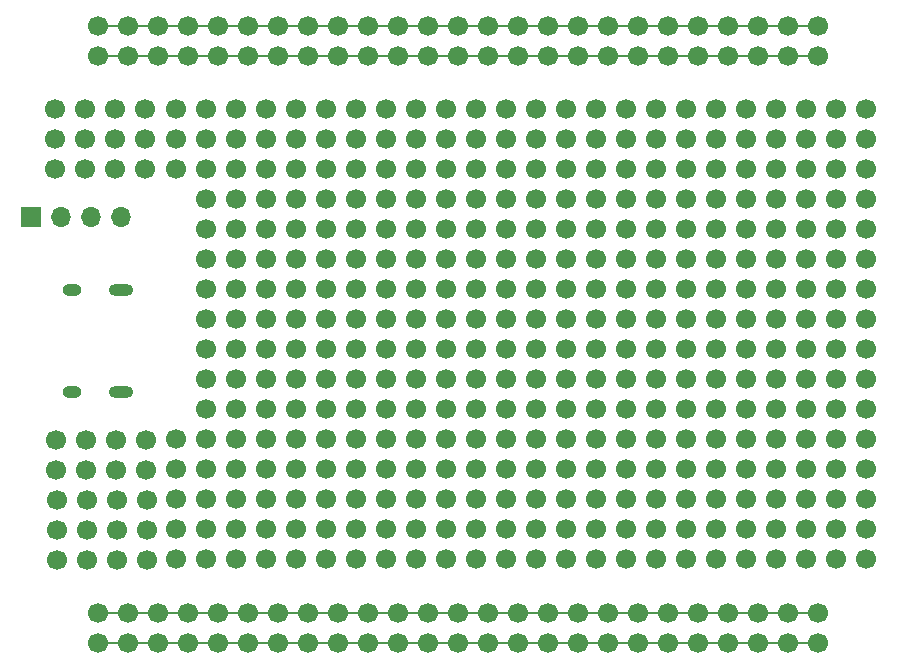
<source format=gbr>
G04 #@! TF.GenerationSoftware,KiCad,Pcbnew,(5.1.4-0-10_14)*
G04 #@! TF.CreationDate,2020-04-14T21:38:13-07:00*
G04 #@! TF.ProjectId,Activity_1,41637469-7669-4747-995f-312e6b696361,rev?*
G04 #@! TF.SameCoordinates,Original*
G04 #@! TF.FileFunction,Copper,L2,Bot*
G04 #@! TF.FilePolarity,Positive*
%FSLAX46Y46*%
G04 Gerber Fmt 4.6, Leading zero omitted, Abs format (unit mm)*
G04 Created by KiCad (PCBNEW (5.1.4-0-10_14)) date 2020-04-14 21:38:13*
%MOMM*%
%LPD*%
G04 APERTURE LIST*
%ADD10O,1.600000X1.000000*%
%ADD11O,2.100000X1.000000*%
%ADD12O,1.700000X1.700000*%
%ADD13R,1.700000X1.700000*%
%ADD14C,1.700000*%
%ADD15C,0.152400*%
G04 APERTURE END LIST*
D10*
X27395000Y-86180000D03*
X27395000Y-94820000D03*
D11*
X31545000Y-94820000D03*
X31545000Y-86180000D03*
D12*
X31620000Y-80000000D03*
X29080000Y-80000000D03*
X26540000Y-80000000D03*
D13*
X24000000Y-80000000D03*
D14*
X29604000Y-63861000D03*
X32144000Y-63861000D03*
X34684000Y-63861000D03*
X37224000Y-63861000D03*
X39764000Y-63861000D03*
X42304000Y-63861000D03*
X44844000Y-63861000D03*
X47384000Y-63861000D03*
X49924000Y-63861000D03*
X52464000Y-63861000D03*
X55004000Y-63861000D03*
X57544000Y-63861000D03*
X60084000Y-63861000D03*
X62624000Y-63861000D03*
X65164000Y-63861000D03*
X67704000Y-63861000D03*
X70244000Y-63861000D03*
X72784000Y-63861000D03*
X75324000Y-63861000D03*
X77864000Y-63861000D03*
X80404000Y-63861000D03*
X82944000Y-63861000D03*
X85484000Y-63861000D03*
X88024000Y-63861000D03*
X90564000Y-63861000D03*
X29604000Y-66401000D03*
X32144000Y-66401000D03*
X34684000Y-66401000D03*
X37224000Y-66401000D03*
X39764000Y-66401000D03*
X42304000Y-66401000D03*
X44844000Y-66401000D03*
X47384000Y-66401000D03*
X49924000Y-66401000D03*
X52464000Y-66401000D03*
X55004000Y-66401000D03*
X57544000Y-66401000D03*
X60084000Y-66401000D03*
X62624000Y-66401000D03*
X65164000Y-66401000D03*
X67704000Y-66401000D03*
X70244000Y-66401000D03*
X72784000Y-66401000D03*
X75324000Y-66401000D03*
X77864000Y-66401000D03*
X80404000Y-66401000D03*
X82944000Y-66401000D03*
X85484000Y-66401000D03*
X88024000Y-66401000D03*
X90564000Y-66401000D03*
X88024000Y-116105000D03*
X90564000Y-116105000D03*
X75324000Y-116105000D03*
X77864000Y-116105000D03*
X55004000Y-116105000D03*
X70244000Y-116105000D03*
X60084000Y-116105000D03*
X72784000Y-116105000D03*
X80404000Y-116105000D03*
X62624000Y-116105000D03*
X52464000Y-116105000D03*
X65164000Y-116105000D03*
X67704000Y-116105000D03*
X82944000Y-116105000D03*
X85484000Y-116105000D03*
X57544000Y-116105000D03*
X47384000Y-116105000D03*
X90564000Y-113565000D03*
X62624000Y-113565000D03*
X85484000Y-113565000D03*
X37224000Y-116105000D03*
X55004000Y-113565000D03*
X75324000Y-113565000D03*
X39764000Y-116105000D03*
X29604000Y-113565000D03*
X32144000Y-116105000D03*
X65164000Y-113565000D03*
X44844000Y-113565000D03*
X60084000Y-113565000D03*
X42304000Y-116105000D03*
X70244000Y-113565000D03*
X77864000Y-113565000D03*
X34684000Y-116105000D03*
X49924000Y-116105000D03*
X88024000Y-113565000D03*
X82944000Y-113565000D03*
X57544000Y-113565000D03*
X29604000Y-116105000D03*
X67704000Y-113565000D03*
X80404000Y-113565000D03*
X44844000Y-116105000D03*
X52464000Y-113565000D03*
X49924000Y-113565000D03*
X47384000Y-113565000D03*
X72784000Y-113565000D03*
X32144000Y-113565000D03*
X37224000Y-113565000D03*
X39764000Y-113565000D03*
X42304000Y-113565000D03*
X34684000Y-113565000D03*
X36215000Y-70924000D03*
X38755000Y-70924000D03*
X41295000Y-70924000D03*
X43835000Y-70924000D03*
X46375000Y-70924000D03*
X48915000Y-70924000D03*
X51455000Y-70924000D03*
X53995000Y-70924000D03*
X56535000Y-70924000D03*
X59075000Y-70924000D03*
X61615000Y-70924000D03*
X64155000Y-70924000D03*
X66695000Y-70924000D03*
X69235000Y-70924000D03*
X71775000Y-70924000D03*
X74315000Y-70924000D03*
X76855000Y-70924000D03*
X79395000Y-70924000D03*
X81935000Y-70924000D03*
X84475000Y-70924000D03*
X87015000Y-70924000D03*
X89555000Y-70924000D03*
X92095000Y-70924000D03*
X94635000Y-70924000D03*
X36215000Y-73464000D03*
X38755000Y-73464000D03*
X41295000Y-73464000D03*
X43835000Y-73464000D03*
X46375000Y-73464000D03*
X48915000Y-73464000D03*
X51455000Y-73464000D03*
X53995000Y-73464000D03*
X56535000Y-73464000D03*
X59075000Y-73464000D03*
X61615000Y-73464000D03*
X64155000Y-73464000D03*
X66695000Y-73464000D03*
X69235000Y-73464000D03*
X71775000Y-73464000D03*
X74315000Y-73464000D03*
X76855000Y-73464000D03*
X79395000Y-73464000D03*
X81935000Y-73464000D03*
X84475000Y-73464000D03*
X87015000Y-73464000D03*
X89555000Y-73464000D03*
X92095000Y-73464000D03*
X94635000Y-73464000D03*
X36215000Y-76004000D03*
X38755000Y-76004000D03*
X41295000Y-76004000D03*
X43835000Y-76004000D03*
X46375000Y-76004000D03*
X48915000Y-76004000D03*
X51455000Y-76004000D03*
X53995000Y-76004000D03*
X56535000Y-76004000D03*
X59075000Y-76004000D03*
X61615000Y-76004000D03*
X64155000Y-76004000D03*
X66695000Y-76004000D03*
X69235000Y-76004000D03*
X71775000Y-76004000D03*
X74315000Y-76004000D03*
X76855000Y-76004000D03*
X79395000Y-76004000D03*
X81935000Y-76004000D03*
X84475000Y-76004000D03*
X87015000Y-76004000D03*
X89555000Y-76004000D03*
X92095000Y-76004000D03*
X94635000Y-76004000D03*
X38755000Y-78544000D03*
X41295000Y-78544000D03*
X43835000Y-78544000D03*
X46375000Y-78544000D03*
X48915000Y-78544000D03*
X51455000Y-78544000D03*
X53995000Y-78544000D03*
X56535000Y-78544000D03*
X59075000Y-78544000D03*
X61615000Y-78544000D03*
X64155000Y-78544000D03*
X66695000Y-78544000D03*
X69235000Y-78544000D03*
X71775000Y-78544000D03*
X74315000Y-78544000D03*
X76855000Y-78544000D03*
X79395000Y-78544000D03*
X81935000Y-78544000D03*
X84475000Y-78544000D03*
X87015000Y-78544000D03*
X89555000Y-78544000D03*
X92095000Y-78544000D03*
X94635000Y-78544000D03*
X38755000Y-81084000D03*
X41295000Y-81084000D03*
X43835000Y-81084000D03*
X46375000Y-81084000D03*
X48915000Y-81084000D03*
X51455000Y-81084000D03*
X53995000Y-81084000D03*
X56535000Y-81084000D03*
X59075000Y-81084000D03*
X61615000Y-81084000D03*
X64155000Y-81084000D03*
X66695000Y-81084000D03*
X69235000Y-81084000D03*
X71775000Y-81084000D03*
X74315000Y-81084000D03*
X76855000Y-81084000D03*
X79395000Y-81084000D03*
X81935000Y-81084000D03*
X84475000Y-81084000D03*
X87015000Y-81084000D03*
X89555000Y-81084000D03*
X92095000Y-81084000D03*
X94635000Y-81084000D03*
X38755000Y-83624000D03*
X41295000Y-83624000D03*
X43835000Y-83624000D03*
X46375000Y-83624000D03*
X48915000Y-83624000D03*
X51455000Y-83624000D03*
X53995000Y-83624000D03*
X56535000Y-83624000D03*
X59075000Y-83624000D03*
X61615000Y-83624000D03*
X64155000Y-83624000D03*
X66695000Y-83624000D03*
X69235000Y-83624000D03*
X71775000Y-83624000D03*
X74315000Y-83624000D03*
X76855000Y-83624000D03*
X79395000Y-83624000D03*
X81935000Y-83624000D03*
X84475000Y-83624000D03*
X87015000Y-83624000D03*
X89555000Y-83624000D03*
X92095000Y-83624000D03*
X94635000Y-83624000D03*
X38755000Y-86164000D03*
X41295000Y-86164000D03*
X43835000Y-86164000D03*
X46375000Y-86164000D03*
X48915000Y-86164000D03*
X51455000Y-86164000D03*
X53995000Y-86164000D03*
X56535000Y-86164000D03*
X59075000Y-86164000D03*
X61615000Y-86164000D03*
X64155000Y-86164000D03*
X66695000Y-86164000D03*
X69235000Y-86164000D03*
X71775000Y-86164000D03*
X74315000Y-86164000D03*
X76855000Y-86164000D03*
X79395000Y-86164000D03*
X81935000Y-86164000D03*
X84475000Y-86164000D03*
X87015000Y-86164000D03*
X89555000Y-86164000D03*
X92095000Y-86164000D03*
X94635000Y-86164000D03*
X38755000Y-88704000D03*
X41295000Y-88704000D03*
X43835000Y-88704000D03*
X46375000Y-88704000D03*
X48915000Y-88704000D03*
X51455000Y-88704000D03*
X53995000Y-88704000D03*
X56535000Y-88704000D03*
X59075000Y-88704000D03*
X61615000Y-88704000D03*
X64155000Y-88704000D03*
X66695000Y-88704000D03*
X69235000Y-88704000D03*
X71775000Y-88704000D03*
X74315000Y-88704000D03*
X76855000Y-88704000D03*
X79395000Y-88704000D03*
X81935000Y-88704000D03*
X84475000Y-88704000D03*
X87015000Y-88704000D03*
X89555000Y-88704000D03*
X92095000Y-88704000D03*
X94635000Y-88704000D03*
X38755000Y-91244000D03*
X41295000Y-91244000D03*
X43835000Y-91244000D03*
X46375000Y-91244000D03*
X48915000Y-91244000D03*
X51455000Y-91244000D03*
X53995000Y-91244000D03*
X56535000Y-91244000D03*
X59075000Y-91244000D03*
X61615000Y-91244000D03*
X64155000Y-91244000D03*
X66695000Y-91244000D03*
X69235000Y-91244000D03*
X71775000Y-91244000D03*
X74315000Y-91244000D03*
X76855000Y-91244000D03*
X79395000Y-91244000D03*
X81935000Y-91244000D03*
X84475000Y-91244000D03*
X87015000Y-91244000D03*
X89555000Y-91244000D03*
X92095000Y-91244000D03*
X94635000Y-91244000D03*
X38755000Y-93784000D03*
X41295000Y-93784000D03*
X43835000Y-93784000D03*
X46375000Y-93784000D03*
X48915000Y-93784000D03*
X51455000Y-93784000D03*
X53995000Y-93784000D03*
X56535000Y-93784000D03*
X59075000Y-93784000D03*
X61615000Y-93784000D03*
X64155000Y-93784000D03*
X66695000Y-93784000D03*
X69235000Y-93784000D03*
X71775000Y-93784000D03*
X74315000Y-93784000D03*
X76855000Y-93784000D03*
X79395000Y-93784000D03*
X81935000Y-93784000D03*
X84475000Y-93784000D03*
X87015000Y-93784000D03*
X89555000Y-93784000D03*
X92095000Y-93784000D03*
X94635000Y-93784000D03*
X38755000Y-96324000D03*
X41295000Y-96324000D03*
X43835000Y-96324000D03*
X46375000Y-96324000D03*
X48915000Y-96324000D03*
X51455000Y-96324000D03*
X53995000Y-96324000D03*
X56535000Y-96324000D03*
X59075000Y-96324000D03*
X61615000Y-96324000D03*
X64155000Y-96324000D03*
X66695000Y-96324000D03*
X69235000Y-96324000D03*
X71775000Y-96324000D03*
X74315000Y-96324000D03*
X76855000Y-96324000D03*
X79395000Y-96324000D03*
X81935000Y-96324000D03*
X84475000Y-96324000D03*
X87015000Y-96324000D03*
X89555000Y-96324000D03*
X92095000Y-96324000D03*
X94635000Y-96324000D03*
X36215000Y-98864000D03*
X38755000Y-98864000D03*
X41295000Y-98864000D03*
X43835000Y-98864000D03*
X46375000Y-98864000D03*
X48915000Y-98864000D03*
X51455000Y-98864000D03*
X53995000Y-98864000D03*
X56535000Y-98864000D03*
X59075000Y-98864000D03*
X61615000Y-98864000D03*
X64155000Y-98864000D03*
X66695000Y-98864000D03*
X69235000Y-98864000D03*
X71775000Y-98864000D03*
X74315000Y-98864000D03*
X76855000Y-98864000D03*
X79395000Y-98864000D03*
X81935000Y-98864000D03*
X84475000Y-98864000D03*
X87015000Y-98864000D03*
X89555000Y-98864000D03*
X92095000Y-98864000D03*
X94635000Y-98864000D03*
X36215000Y-101404000D03*
X38755000Y-101404000D03*
X41295000Y-101404000D03*
X43835000Y-101404000D03*
X46375000Y-101404000D03*
X48915000Y-101404000D03*
X51455000Y-101404000D03*
X53995000Y-101404000D03*
X56535000Y-101404000D03*
X59075000Y-101404000D03*
X61615000Y-101404000D03*
X64155000Y-101404000D03*
X66695000Y-101404000D03*
X69235000Y-101404000D03*
X71775000Y-101404000D03*
X74315000Y-101404000D03*
X76855000Y-101404000D03*
X79395000Y-101404000D03*
X81935000Y-101404000D03*
X84475000Y-101404000D03*
X87015000Y-101404000D03*
X89555000Y-101404000D03*
X92095000Y-101404000D03*
X94635000Y-101404000D03*
X36215000Y-103944000D03*
X38755000Y-103944000D03*
X41295000Y-103944000D03*
X43835000Y-103944000D03*
X46375000Y-103944000D03*
X48915000Y-103944000D03*
X51455000Y-103944000D03*
X53995000Y-103944000D03*
X56535000Y-103944000D03*
X59075000Y-103944000D03*
X61615000Y-103944000D03*
X64155000Y-103944000D03*
X66695000Y-103944000D03*
X69235000Y-103944000D03*
X71775000Y-103944000D03*
X74315000Y-103944000D03*
X76855000Y-103944000D03*
X79395000Y-103944000D03*
X81935000Y-103944000D03*
X84475000Y-103944000D03*
X87015000Y-103944000D03*
X89555000Y-103944000D03*
X92095000Y-103944000D03*
X94635000Y-103944000D03*
X36215000Y-106484000D03*
X38755000Y-106484000D03*
X41295000Y-106484000D03*
X43835000Y-106484000D03*
X46375000Y-106484000D03*
X48915000Y-106484000D03*
X51455000Y-106484000D03*
X53995000Y-106484000D03*
X56535000Y-106484000D03*
X59075000Y-106484000D03*
X61615000Y-106484000D03*
X64155000Y-106484000D03*
X66695000Y-106484000D03*
X69235000Y-106484000D03*
X71775000Y-106484000D03*
X74315000Y-106484000D03*
X76855000Y-106484000D03*
X79395000Y-106484000D03*
X81935000Y-106484000D03*
X84475000Y-106484000D03*
X87015000Y-106484000D03*
X89555000Y-106484000D03*
X92095000Y-106484000D03*
X94635000Y-106484000D03*
X36215000Y-109024000D03*
X38755000Y-109024000D03*
X41295000Y-109024000D03*
X43835000Y-109024000D03*
X46375000Y-109024000D03*
X48915000Y-109024000D03*
X51455000Y-109024000D03*
X53995000Y-109024000D03*
X56535000Y-109024000D03*
X59075000Y-109024000D03*
X61615000Y-109024000D03*
X64155000Y-109024000D03*
X66695000Y-109024000D03*
X69235000Y-109024000D03*
X71775000Y-109024000D03*
X74315000Y-109024000D03*
X76855000Y-109024000D03*
X79395000Y-109024000D03*
X81935000Y-109024000D03*
X84475000Y-109024000D03*
X87015000Y-109024000D03*
X89555000Y-109024000D03*
X92095000Y-109024000D03*
X94635000Y-109024000D03*
X25996000Y-70924000D03*
X28536000Y-70924000D03*
X31076000Y-70924000D03*
X33616000Y-70924000D03*
X25996000Y-73464000D03*
X28536000Y-73464000D03*
X31076000Y-73464000D03*
X33616000Y-73464000D03*
X25996000Y-76004000D03*
X28536000Y-76004000D03*
X31076000Y-76004000D03*
X33616000Y-76004000D03*
X26148000Y-104022000D03*
X31228000Y-106562000D03*
X28688000Y-106562000D03*
X26148000Y-106562000D03*
X31228000Y-104022000D03*
X33768000Y-104022000D03*
X28688000Y-104022000D03*
X33768000Y-106562000D03*
X26148000Y-109102000D03*
X28688000Y-109102000D03*
X31228000Y-109102000D03*
X33768000Y-109102000D03*
X31198000Y-98876000D03*
X28658000Y-98876000D03*
X26118000Y-98876000D03*
X33738000Y-98876000D03*
X26118000Y-101416000D03*
X28658000Y-101416000D03*
X31198000Y-101416000D03*
X33738000Y-101416000D03*
D15*
X29604000Y-63861000D02*
X90564000Y-63861000D01*
X85484000Y-66401000D02*
X90564000Y-66401000D01*
X29604000Y-66401000D02*
X85484000Y-66401000D01*
X29604000Y-113565000D02*
X90564000Y-113565000D01*
X29604000Y-116105000D02*
X90564000Y-116105000D01*
M02*

</source>
